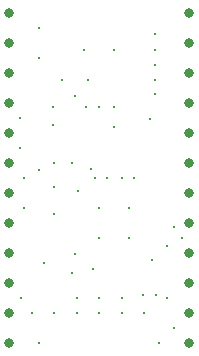
<source format=gbr>
%TF.GenerationSoftware,KiCad,Pcbnew,5.1.6+dfsg1-1~bpo10+1*%
%TF.CreationDate,Date%
%TF.ProjectId,ProMicro_LORA,50726f4d-6963-4726-9f5f-4c4f52412e6b,v1.1*%
%TF.SameCoordinates,Original*%
%TF.FileFunction,Plated,1,2,PTH,Drill*%
%TF.FilePolarity,Positive*%
%FSLAX46Y46*%
G04 Gerber Fmt 4.6, Leading zero omitted, Abs format (unit mm)*
G04 Created by KiCad*
%MOMM*%
%LPD*%
G01*
G04 APERTURE LIST*
%TA.AperFunction,ViaDrill*%
%ADD10C,0.200000*%
%TD*%
%TA.AperFunction,ViaDrill*%
%ADD11C,0.300000*%
%TD*%
%TA.AperFunction,ComponentDrill*%
%ADD12C,0.800000*%
%TD*%
G04 APERTURE END LIST*
D10*
X2540000Y14605000D03*
X2921000Y6731000D03*
X3683000Y19939000D03*
X3683000Y18415000D03*
X3810000Y13208000D03*
X5308406Y5867594D03*
X5524500Y7493000D03*
X6931800Y14755000D03*
X7112000Y6223000D03*
X7264400Y13970000D03*
X8255000Y13970000D03*
X8890000Y18288000D03*
X9525000Y13970000D03*
X10536216Y13990616D03*
X13970000Y9779000D03*
D11*
X889000Y19050000D03*
X889000Y16510000D03*
X1016000Y3810000D03*
X1270000Y13970000D03*
X1270000Y11430000D03*
X1905000Y2540000D03*
X2540000Y26670000D03*
X2540000Y24130000D03*
X2540000Y0D03*
X3810000Y15240000D03*
X3810000Y10922000D03*
X3810000Y2540000D03*
X4445000Y22225000D03*
X5334000Y15240000D03*
X5562600Y20891500D03*
X5715000Y3810000D03*
X5715000Y2540000D03*
X5778500Y12890500D03*
X6350000Y24765000D03*
X6477000Y19939000D03*
X6667500Y22225000D03*
X7620000Y19939000D03*
X7620000Y11430000D03*
X7620000Y8890000D03*
X7620000Y3810000D03*
X7620000Y2540000D03*
X8890000Y24765000D03*
X8890000Y19939000D03*
X9525000Y3810000D03*
X9525000Y2540000D03*
X10160000Y11430000D03*
X10160000Y8890000D03*
X11303000Y4064000D03*
X11430000Y2540000D03*
X11938000Y18923000D03*
X12065000Y6985000D03*
X12319000Y26162000D03*
X12319000Y24765000D03*
X12319000Y23495000D03*
X12319000Y22225000D03*
X12319000Y21082000D03*
X12446000Y4064000D03*
X12700000Y0D03*
X13335000Y8191500D03*
X13335000Y3810000D03*
X13970000Y1270000D03*
X14605000Y8890000D03*
D12*
%TO.C,A1*%
X0Y27940000D03*
X0Y25400000D03*
X0Y22860000D03*
X0Y20320000D03*
X0Y17780000D03*
X0Y15240000D03*
X0Y12700000D03*
X0Y10160000D03*
X0Y7620000D03*
X0Y5080000D03*
X0Y2540000D03*
X0Y0D03*
X15240000Y27940000D03*
X15240000Y25400000D03*
X15240000Y22860000D03*
X15240000Y20320000D03*
X15240000Y17780000D03*
X15240000Y15240000D03*
X15240000Y12700000D03*
X15240000Y10160000D03*
X15240000Y7620000D03*
X15240000Y5080000D03*
X15240000Y2540000D03*
X15240000Y0D03*
M02*

</source>
